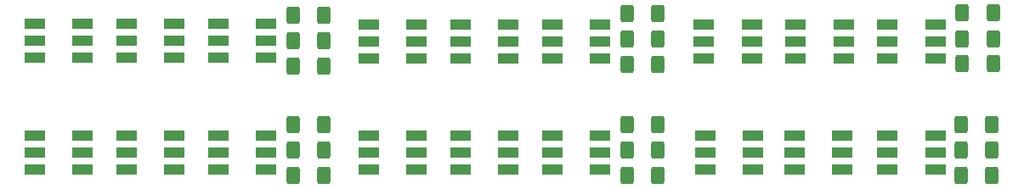
<source format=gbr>
%TF.GenerationSoftware,KiCad,Pcbnew,(6.0.5)*%
%TF.CreationDate,2023-08-09T01:27:25+09:00*%
%TF.ProjectId,TSAL,5453414c-2e6b-4696-9361-645f70636258,rev?*%
%TF.SameCoordinates,Original*%
%TF.FileFunction,Paste,Top*%
%TF.FilePolarity,Positive*%
%FSLAX46Y46*%
G04 Gerber Fmt 4.6, Leading zero omitted, Abs format (unit mm)*
G04 Created by KiCad (PCBNEW (6.0.5)) date 2023-08-09 01:27:25*
%MOMM*%
%LPD*%
G01*
G04 APERTURE LIST*
G04 Aperture macros list*
%AMRoundRect*
0 Rectangle with rounded corners*
0 $1 Rounding radius*
0 $2 $3 $4 $5 $6 $7 $8 $9 X,Y pos of 4 corners*
0 Add a 4 corners polygon primitive as box body*
4,1,4,$2,$3,$4,$5,$6,$7,$8,$9,$2,$3,0*
0 Add four circle primitives for the rounded corners*
1,1,$1+$1,$2,$3*
1,1,$1+$1,$4,$5*
1,1,$1+$1,$6,$7*
1,1,$1+$1,$8,$9*
0 Add four rect primitives between the rounded corners*
20,1,$1+$1,$2,$3,$4,$5,0*
20,1,$1+$1,$4,$5,$6,$7,0*
20,1,$1+$1,$6,$7,$8,$9,0*
20,1,$1+$1,$8,$9,$2,$3,0*%
G04 Aperture macros list end*
%ADD10RoundRect,0.250000X0.400000X0.625000X-0.400000X0.625000X-0.400000X-0.625000X0.400000X-0.625000X0*%
%ADD11R,2.000000X1.100000*%
G04 APERTURE END LIST*
D10*
%TO.C,R13*%
X158268000Y-141478000D03*
X155168000Y-141478000D03*
%TD*%
%TO.C,R2*%
X124994000Y-128016000D03*
X121894000Y-128016000D03*
%TD*%
%TO.C,R8*%
X191656000Y-127797142D03*
X188556000Y-127797142D03*
%TD*%
%TO.C,R10*%
X124994000Y-141478000D03*
X121894000Y-141478000D03*
%TD*%
%TO.C,R9*%
X191656000Y-125222000D03*
X188556000Y-125222000D03*
%TD*%
%TO.C,R18*%
X191542000Y-136398000D03*
X188442000Y-136398000D03*
%TD*%
D11*
%TO.C,D20*%
X96152000Y-137492000D03*
X96152000Y-139192000D03*
X96152000Y-140892000D03*
X100952000Y-140892000D03*
X100952000Y-139192000D03*
X100952000Y-137492000D03*
%TD*%
%TO.C,D16*%
X105296000Y-137492000D03*
X105296000Y-139192000D03*
X105296000Y-140892000D03*
X110096000Y-140892000D03*
X110096000Y-139192000D03*
X110096000Y-137492000D03*
%TD*%
%TO.C,D8*%
X162954000Y-137492000D03*
X162954000Y-139192000D03*
X162954000Y-140892000D03*
X167754000Y-140892000D03*
X167754000Y-139192000D03*
X167754000Y-137492000D03*
%TD*%
%TO.C,D7*%
X129426000Y-137492000D03*
X129426000Y-139192000D03*
X129426000Y-140892000D03*
X134226000Y-140892000D03*
X134226000Y-139192000D03*
X134226000Y-137492000D03*
%TD*%
D10*
%TO.C,R5*%
X158268000Y-127797142D03*
X155168000Y-127797142D03*
%TD*%
%TO.C,R17*%
X191542000Y-138938000D03*
X188442000Y-138938000D03*
%TD*%
D11*
%TO.C,D1*%
X147714000Y-137492000D03*
X147714000Y-139192000D03*
X147714000Y-140892000D03*
X152514000Y-140892000D03*
X152514000Y-139192000D03*
X152514000Y-137492000D03*
%TD*%
D10*
%TO.C,R12*%
X124994000Y-136398000D03*
X121894000Y-136398000D03*
%TD*%
%TO.C,R6*%
X158268000Y-125257142D03*
X155168000Y-125257142D03*
%TD*%
D11*
%TO.C,D17*%
X96152000Y-126316000D03*
X96152000Y-128016000D03*
X96152000Y-129716000D03*
X100952000Y-129716000D03*
X100952000Y-128016000D03*
X100952000Y-126316000D03*
%TD*%
D10*
%TO.C,R15*%
X158268000Y-136398000D03*
X155168000Y-136398000D03*
%TD*%
%TO.C,R11*%
X124994000Y-138938000D03*
X121894000Y-138938000D03*
%TD*%
D11*
%TO.C,D13*%
X105296000Y-126316000D03*
X105296000Y-128016000D03*
X105296000Y-129716000D03*
X110096000Y-129716000D03*
X110096000Y-128016000D03*
X110096000Y-126316000D03*
%TD*%
D10*
%TO.C,R7*%
X191656000Y-130302000D03*
X188556000Y-130302000D03*
%TD*%
D11*
%TO.C,D19*%
X162814000Y-126351142D03*
X162814000Y-128051142D03*
X162814000Y-129751142D03*
X167614000Y-129751142D03*
X167614000Y-128051142D03*
X167614000Y-126351142D03*
%TD*%
D10*
%TO.C,R14*%
X158268000Y-138938000D03*
X155168000Y-138938000D03*
%TD*%
%TO.C,R4*%
X158268000Y-130337142D03*
X155168000Y-130337142D03*
%TD*%
D11*
%TO.C,D4*%
X138570000Y-137492000D03*
X138570000Y-139192000D03*
X138570000Y-140892000D03*
X143370000Y-140892000D03*
X143370000Y-139192000D03*
X143370000Y-137492000D03*
%TD*%
%TO.C,D2*%
X181102000Y-137492000D03*
X181102000Y-139192000D03*
X181102000Y-140892000D03*
X185902000Y-140892000D03*
X185902000Y-139192000D03*
X185902000Y-137492000D03*
%TD*%
%TO.C,D14*%
X138570000Y-126351142D03*
X138570000Y-128051142D03*
X138570000Y-129751142D03*
X143370000Y-129751142D03*
X143370000Y-128051142D03*
X143370000Y-126351142D03*
%TD*%
%TO.C,D5*%
X171844000Y-137492000D03*
X171844000Y-139192000D03*
X171844000Y-140892000D03*
X176644000Y-140892000D03*
X176644000Y-139192000D03*
X176644000Y-137492000D03*
%TD*%
D10*
%TO.C,R16*%
X191542000Y-141478000D03*
X188442000Y-141478000D03*
%TD*%
D11*
%TO.C,D11*%
X181102000Y-126351142D03*
X181102000Y-128051142D03*
X181102000Y-129751142D03*
X185902000Y-129751142D03*
X185902000Y-128051142D03*
X185902000Y-126351142D03*
%TD*%
D10*
%TO.C,R1*%
X124994000Y-130556000D03*
X121894000Y-130556000D03*
%TD*%
D11*
%TO.C,D15*%
X171958000Y-126351142D03*
X171958000Y-128051142D03*
X171958000Y-129751142D03*
X176758000Y-129751142D03*
X176758000Y-128051142D03*
X176758000Y-126351142D03*
%TD*%
%TO.C,D12*%
X114440000Y-137492000D03*
X114440000Y-139192000D03*
X114440000Y-140892000D03*
X119240000Y-140892000D03*
X119240000Y-139192000D03*
X119240000Y-137492000D03*
%TD*%
D10*
%TO.C,R3*%
X124994000Y-125476000D03*
X121894000Y-125476000D03*
%TD*%
D11*
%TO.C,D18*%
X129426000Y-126351142D03*
X129426000Y-128051142D03*
X129426000Y-129751142D03*
X134226000Y-129751142D03*
X134226000Y-128051142D03*
X134226000Y-126351142D03*
%TD*%
%TO.C,D10*%
X147714000Y-126351142D03*
X147714000Y-128051142D03*
X147714000Y-129751142D03*
X152514000Y-129751142D03*
X152514000Y-128051142D03*
X152514000Y-126351142D03*
%TD*%
%TO.C,D9*%
X114440000Y-126316000D03*
X114440000Y-128016000D03*
X114440000Y-129716000D03*
X119240000Y-129716000D03*
X119240000Y-128016000D03*
X119240000Y-126316000D03*
%TD*%
M02*

</source>
